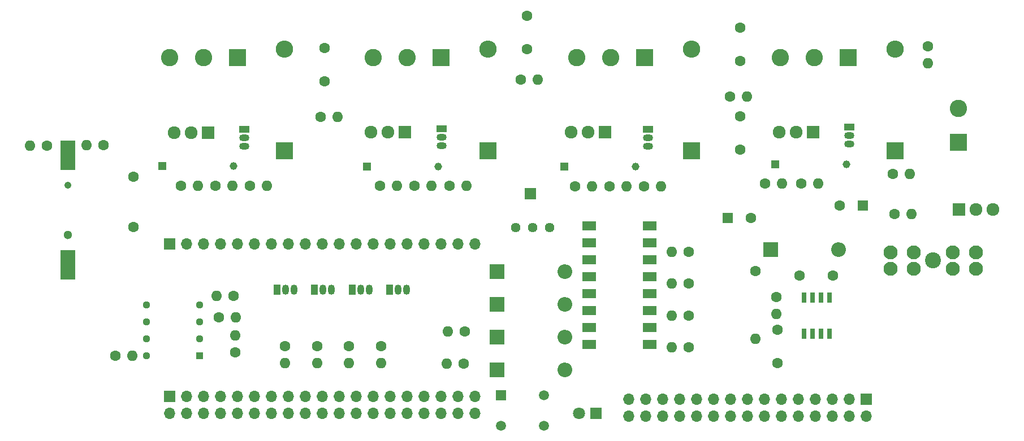
<source format=gbr>
G04 #@! TF.GenerationSoftware,KiCad,Pcbnew,(6.0.0)*
G04 #@! TF.CreationDate,2022-02-21T09:00:57-08:00*
G04 #@! TF.ProjectId,MakeItRain,4d616b65-4974-4526-9169-6e2e6b696361,rev?*
G04 #@! TF.SameCoordinates,Original*
G04 #@! TF.FileFunction,Soldermask,Top*
G04 #@! TF.FilePolarity,Negative*
%FSLAX46Y46*%
G04 Gerber Fmt 4.6, Leading zero omitted, Abs format (unit mm)*
G04 Created by KiCad (PCBNEW (6.0.0)) date 2022-02-21 09:00:57*
%MOMM*%
%LPD*%
G01*
G04 APERTURE LIST*
%ADD10C,1.600000*%
%ADD11R,2.600000X2.600000*%
%ADD12O,2.600000X2.600000*%
%ADD13R,1.800000X1.800000*%
%ADD14C,1.800000*%
%ADD15R,0.650000X1.528000*%
%ADD16R,1.700000X1.700000*%
%ADD17O,1.700000X1.700000*%
%ADD18O,1.600000X1.600000*%
%ADD19C,2.600000*%
%ADD20R,1.920000X1.920000*%
%ADD21C,1.920000*%
%ADD22R,1.050000X1.500000*%
%ADD23O,1.050000X1.500000*%
%ADD24C,1.050000*%
%ADD25C,1.300000*%
%ADD26R,2.300000X4.500000*%
%ADD27R,1.150000X1.150000*%
%ADD28C,1.150000*%
%ADD29R,1.600000X1.600000*%
%ADD30R,1.500000X1.050000*%
%ADD31O,1.500000X1.050000*%
%ADD32C,1.440000*%
%ADD33R,2.200000X2.200000*%
%ADD34O,2.200000X2.200000*%
%ADD35R,1.500000X1.500000*%
%ADD36C,1.500000*%
%ADD37C,2.400000*%
%ADD38C,2.100000*%
%ADD39R,1.130000X1.130000*%
%ADD40C,1.130000*%
%ADD41R,2.100000X1.450000*%
G04 APERTURE END LIST*
D10*
G04 #@! TO.C,C1*
X60639800Y-87766900D03*
X60639800Y-95266900D03*
G04 #@! TD*
G04 #@! TO.C,C2*
X89233000Y-68419700D03*
X89233000Y-73419700D03*
G04 #@! TD*
G04 #@! TO.C,C3*
X119573600Y-63585000D03*
X119573600Y-68585000D03*
G04 #@! TD*
G04 #@! TO.C,C4*
X151481900Y-65398300D03*
X151481900Y-70398300D03*
G04 #@! TD*
D11*
G04 #@! TO.C,D3*
X83185000Y-83820000D03*
D12*
X83185000Y-68580000D03*
G04 #@! TD*
D11*
G04 #@! TO.C,D5*
X113665000Y-83820000D03*
D12*
X113665000Y-68580000D03*
G04 #@! TD*
D11*
G04 #@! TO.C,D7*
X174625000Y-83820000D03*
D12*
X174625000Y-68580000D03*
G04 #@! TD*
D11*
G04 #@! TO.C,D9*
X144145000Y-83820000D03*
D12*
X144145000Y-68580000D03*
G04 #@! TD*
D13*
G04 #@! TO.C,D1*
X129843800Y-123232100D03*
D14*
X127303800Y-123232100D03*
G04 #@! TD*
D15*
G04 #@! TO.C,IC2*
X161054800Y-111300900D03*
X162324800Y-111300900D03*
X163594800Y-111300900D03*
X164864800Y-111300900D03*
X164864800Y-105878900D03*
X163594800Y-105878900D03*
X162324800Y-105878900D03*
X161054800Y-105878900D03*
G04 #@! TD*
D16*
G04 #@! TO.C,J2*
X66040000Y-120650000D03*
D17*
X66040000Y-123190000D03*
X68580000Y-120650000D03*
X68580000Y-123190000D03*
X71120000Y-120650000D03*
X71120000Y-123190000D03*
X73660000Y-120650000D03*
X73660000Y-123190000D03*
X76200000Y-120650000D03*
X76200000Y-123190000D03*
X78740000Y-120650000D03*
X78740000Y-123190000D03*
X81280000Y-120650000D03*
X81280000Y-123190000D03*
X83820000Y-120650000D03*
X83820000Y-123190000D03*
X86360000Y-120650000D03*
X86360000Y-123190000D03*
X88900000Y-120650000D03*
X88900000Y-123190000D03*
X91440000Y-120650000D03*
X91440000Y-123190000D03*
X93980000Y-120650000D03*
X93980000Y-123190000D03*
X96520000Y-120650000D03*
X96520000Y-123190000D03*
X99060000Y-120650000D03*
X99060000Y-123190000D03*
X101600000Y-120650000D03*
X101600000Y-123190000D03*
X104140000Y-120650000D03*
X104140000Y-123190000D03*
X106680000Y-120650000D03*
X106680000Y-123190000D03*
X109220000Y-120650000D03*
X109220000Y-123190000D03*
X111760000Y-120650000D03*
X111760000Y-123190000D03*
G04 #@! TD*
D16*
G04 #@! TO.C,J3*
X66040000Y-97790000D03*
D17*
X68580000Y-97790000D03*
X71120000Y-97790000D03*
X73660000Y-97790000D03*
X76200000Y-97790000D03*
X78740000Y-97790000D03*
X81280000Y-97790000D03*
X83820000Y-97790000D03*
X86360000Y-97790000D03*
X88900000Y-97790000D03*
X91440000Y-97790000D03*
X93980000Y-97790000D03*
X96520000Y-97790000D03*
X99060000Y-97790000D03*
X101600000Y-97790000D03*
X104140000Y-97790000D03*
X106680000Y-97790000D03*
X109220000Y-97790000D03*
X111760000Y-97790000D03*
G04 #@! TD*
D10*
G04 #@! TO.C,L1*
X153734500Y-101869000D03*
D18*
X153734500Y-112029000D03*
G04 #@! TD*
D11*
G04 #@! TO.C,P1*
X184150000Y-82550000D03*
D19*
X184150000Y-77470000D03*
G04 #@! TD*
D20*
G04 #@! TO.C,Q3*
X71813700Y-81139600D03*
D21*
X69273700Y-81139600D03*
X66733700Y-81139600D03*
G04 #@! TD*
D20*
G04 #@! TO.C,Q6*
X101232600Y-81027600D03*
D21*
X98692600Y-81027600D03*
X96152600Y-81027600D03*
G04 #@! TD*
D22*
G04 #@! TO.C,Q7*
X93346300Y-104626700D03*
D23*
X94616300Y-104626700D03*
X95886300Y-104626700D03*
G04 #@! TD*
D20*
G04 #@! TO.C,Q9*
X131209700Y-81027600D03*
D21*
X128669700Y-81027600D03*
X126129700Y-81027600D03*
G04 #@! TD*
D20*
G04 #@! TO.C,Q12*
X162353200Y-81027600D03*
D21*
X159813200Y-81027600D03*
X157273200Y-81027600D03*
G04 #@! TD*
D20*
G04 #@! TO.C,Q13*
X184255500Y-92650400D03*
D21*
X186795500Y-92650400D03*
X189335500Y-92650400D03*
G04 #@! TD*
D10*
G04 #@! TO.C,R1*
X47627000Y-83085000D03*
D18*
X45087000Y-83085000D03*
G04 #@! TD*
D24*
G04 #@! TO.C,U1*
X50823400Y-88970600D03*
D25*
X50823400Y-96420600D03*
D26*
X50823400Y-100895600D03*
X50823400Y-84495600D03*
G04 #@! TD*
D11*
G04 #@! TO.C,Z2*
X106680000Y-69850000D03*
D19*
X101600000Y-69850000D03*
X96520000Y-69850000D03*
G04 #@! TD*
D11*
G04 #@! TO.C,Z3*
X137160000Y-69850000D03*
D19*
X132080000Y-69850000D03*
X127000000Y-69850000D03*
G04 #@! TD*
D11*
G04 #@! TO.C,Z4*
X167640000Y-69850000D03*
D19*
X162560000Y-69850000D03*
X157480000Y-69850000D03*
G04 #@! TD*
D11*
G04 #@! TO.C,Z1*
X76200000Y-69850000D03*
D19*
X71120000Y-69850000D03*
X66040000Y-69850000D03*
G04 #@! TD*
D16*
G04 #@! TO.C,J1*
X170349000Y-121042300D03*
D17*
X170349000Y-123582300D03*
X167809000Y-121042300D03*
X167809000Y-123582300D03*
X165269000Y-121042300D03*
X165269000Y-123582300D03*
X162729000Y-121042300D03*
X162729000Y-123582300D03*
X160189000Y-121042300D03*
X160189000Y-123582300D03*
X157649000Y-121042300D03*
X157649000Y-123582300D03*
X155109000Y-121042300D03*
X155109000Y-123582300D03*
X152569000Y-121042300D03*
X152569000Y-123582300D03*
X150029000Y-121042300D03*
X150029000Y-123582300D03*
X147489000Y-121042300D03*
X147489000Y-123582300D03*
X144949000Y-121042300D03*
X144949000Y-123582300D03*
X142409000Y-121042300D03*
X142409000Y-123582300D03*
X139869000Y-121042300D03*
X139869000Y-123582300D03*
X137329000Y-121042300D03*
X137329000Y-123582300D03*
X134789000Y-121042300D03*
X134789000Y-123582300D03*
G04 #@! TD*
D27*
G04 #@! TO.C,Z5*
X64916500Y-86155400D03*
D28*
X75616500Y-86155400D03*
G04 #@! TD*
D27*
G04 #@! TO.C,Z6*
X95542500Y-86196000D03*
D28*
X106242500Y-86196000D03*
G04 #@! TD*
D27*
G04 #@! TO.C,Z8*
X156688300Y-85864200D03*
D28*
X167388300Y-85864200D03*
G04 #@! TD*
D29*
G04 #@! TO.C,C8*
X169824100Y-92075800D03*
D10*
X166324100Y-92075800D03*
G04 #@! TD*
D22*
G04 #@! TO.C,Q4*
X87748400Y-104639800D03*
D23*
X89018400Y-104639800D03*
X90288400Y-104639800D03*
G04 #@! TD*
D10*
G04 #@! TO.C,R23*
X75572300Y-105627200D03*
D18*
X73032300Y-105627200D03*
G04 #@! TD*
D10*
G04 #@! TO.C,R31*
X88097100Y-113124500D03*
D18*
X88097100Y-115664500D03*
G04 #@! TD*
D10*
G04 #@! TO.C,R16*
X131901400Y-89145900D03*
D18*
X134441400Y-89145900D03*
G04 #@! TD*
D30*
G04 #@! TO.C,Q2*
X77198800Y-80576600D03*
D31*
X77198800Y-81846600D03*
X77198800Y-83116600D03*
G04 #@! TD*
D10*
G04 #@! TO.C,R24*
X73376700Y-108765100D03*
D18*
X75916700Y-108765100D03*
G04 #@! TD*
D10*
G04 #@! TO.C,R5*
X88607500Y-78728900D03*
D18*
X91147500Y-78728900D03*
G04 #@! TD*
D32*
G04 #@! TO.C,RV1*
X117879100Y-95318800D03*
X120419100Y-95318800D03*
X122959100Y-95318800D03*
G04 #@! TD*
D16*
G04 #@! TO.C,J4*
X120030900Y-90244000D03*
G04 #@! TD*
D10*
G04 #@! TO.C,R15*
X126738500Y-89152400D03*
D18*
X129278500Y-89152400D03*
G04 #@! TD*
D10*
G04 #@! TO.C,R2*
X56109000Y-83011900D03*
D18*
X53569000Y-83011900D03*
G04 #@! TD*
D10*
G04 #@! TO.C,R17*
X179540300Y-68202800D03*
D18*
X179540300Y-70742800D03*
G04 #@! TD*
D10*
G04 #@! TO.C,R4*
X110094700Y-115764800D03*
D18*
X107554700Y-115764800D03*
G04 #@! TD*
D10*
G04 #@! TO.C,R18*
X174293400Y-87283100D03*
D18*
X176833400Y-87283100D03*
G04 #@! TD*
D10*
G04 #@! TO.C,R29*
X143781000Y-113326100D03*
D18*
X141241000Y-113326100D03*
G04 #@! TD*
D10*
G04 #@! TO.C,R25*
X75859900Y-114068500D03*
D18*
X75859900Y-111528500D03*
G04 #@! TD*
D10*
G04 #@! TO.C,R33*
X97677800Y-113124500D03*
D18*
X97677800Y-115664500D03*
G04 #@! TD*
D10*
G04 #@! TO.C,R14*
X137097400Y-89165200D03*
D18*
X139637400Y-89165200D03*
G04 #@! TD*
D30*
G04 #@! TO.C,Q11*
X167811500Y-80303000D03*
D31*
X167811500Y-81573000D03*
X167811500Y-82843000D03*
G04 #@! TD*
D10*
G04 #@! TO.C,R27*
X143781000Y-103747400D03*
D18*
X141241000Y-103747400D03*
G04 #@! TD*
D33*
G04 #@! TO.C,D4*
X115020300Y-111761400D03*
D34*
X125180300Y-111761400D03*
G04 #@! TD*
D33*
G04 #@! TO.C,D2*
X115020300Y-116670800D03*
D34*
X125180300Y-116670800D03*
G04 #@! TD*
D35*
G04 #@! TO.C,S1*
X115616200Y-120523800D03*
D36*
X122116200Y-120523800D03*
X115616200Y-125023800D03*
X122116200Y-125023800D03*
G04 #@! TD*
D10*
G04 #@! TO.C,R9*
X118582200Y-73133700D03*
D18*
X121122200Y-73133700D03*
G04 #@! TD*
D10*
G04 #@! TO.C,R13*
X149911000Y-75702800D03*
D18*
X152451000Y-75702800D03*
G04 #@! TD*
D10*
G04 #@! TO.C,R6*
X78100900Y-89073600D03*
D18*
X80640900Y-89073600D03*
G04 #@! TD*
D10*
G04 #@! TO.C,R11*
X97552100Y-89073600D03*
D18*
X100092100Y-89073600D03*
G04 #@! TD*
D10*
G04 #@! TO.C,R7*
X67716100Y-89073600D03*
D18*
X70256100Y-89073600D03*
G04 #@! TD*
D37*
G04 #@! TO.C,U2*
X180362900Y-100293100D03*
D38*
X173962900Y-101543100D03*
X177462900Y-101543100D03*
X183262900Y-101543100D03*
X186762900Y-101543100D03*
X186762900Y-99043100D03*
X183262900Y-99043100D03*
X177462900Y-99043100D03*
X173962900Y-99043100D03*
G04 #@! TD*
D22*
G04 #@! TO.C,Q10*
X98978100Y-104626700D03*
D23*
X100248100Y-104626700D03*
X101518100Y-104626700D03*
G04 #@! TD*
D33*
G04 #@! TO.C,D8*
X115020300Y-101942700D03*
D34*
X125180300Y-101942700D03*
G04 #@! TD*
D39*
G04 #@! TO.C,IC3*
X70520600Y-114579500D03*
D40*
X70520600Y-112039500D03*
X70520600Y-109499500D03*
X70520600Y-106959500D03*
X62580600Y-106959500D03*
X62580600Y-109499500D03*
X62580600Y-112039500D03*
X62580600Y-114579500D03*
G04 #@! TD*
D22*
G04 #@! TO.C,Q1*
X82152400Y-104644400D03*
D23*
X83422400Y-104644400D03*
X84692400Y-104644400D03*
G04 #@! TD*
D10*
G04 #@! TO.C,R26*
X143781000Y-98958100D03*
D18*
X141241000Y-98958100D03*
G04 #@! TD*
D10*
G04 #@! TO.C,R8*
X72922600Y-89073600D03*
D18*
X75462600Y-89073600D03*
G04 #@! TD*
D41*
G04 #@! TO.C,IC4*
X137916900Y-112869400D03*
X137916900Y-110329400D03*
X137916900Y-107789400D03*
X137916900Y-105249400D03*
X137916900Y-102709400D03*
X137916900Y-100169400D03*
X137916900Y-97629400D03*
X137916900Y-95089400D03*
X128816900Y-95089400D03*
X128816900Y-97629400D03*
X128816900Y-100169400D03*
X128816900Y-102709400D03*
X128816900Y-105249400D03*
X128816900Y-107789400D03*
X128816900Y-110329400D03*
X128816900Y-112869400D03*
G04 #@! TD*
D30*
G04 #@! TO.C,Q8*
X137666600Y-80582900D03*
D31*
X137666600Y-81852900D03*
X137666600Y-83122900D03*
G04 #@! TD*
D30*
G04 #@! TO.C,Q5*
X106797400Y-80509200D03*
D31*
X106797400Y-81779200D03*
X106797400Y-83049200D03*
G04 #@! TD*
D33*
G04 #@! TO.C,D10*
X156010100Y-98662200D03*
D34*
X166170100Y-98662200D03*
G04 #@! TD*
D10*
G04 #@! TO.C,C5*
X151434400Y-83634400D03*
X151434400Y-78634400D03*
G04 #@! TD*
G04 #@! TO.C,R21*
X174560200Y-93313200D03*
D18*
X177100200Y-93313200D03*
G04 #@! TD*
D29*
G04 #@! TO.C,C9*
X149612600Y-93906000D03*
D10*
X153112600Y-93906000D03*
G04 #@! TD*
G04 #@! TO.C,R3*
X110228300Y-110918500D03*
D18*
X107688300Y-110918500D03*
G04 #@! TD*
D10*
G04 #@! TO.C,R30*
X83306700Y-113124500D03*
D18*
X83306700Y-115664500D03*
G04 #@! TD*
D10*
G04 #@! TO.C,R12*
X102726700Y-89051400D03*
D18*
X105266700Y-89051400D03*
G04 #@! TD*
D10*
G04 #@! TO.C,R22*
X156900200Y-105717700D03*
D18*
X156900200Y-108257700D03*
G04 #@! TD*
D10*
G04 #@! TO.C,R28*
X143781000Y-108536800D03*
D18*
X141241000Y-108536800D03*
G04 #@! TD*
D10*
G04 #@! TO.C,R20*
X160583300Y-88731000D03*
D18*
X163123300Y-88731000D03*
G04 #@! TD*
D10*
G04 #@! TO.C,R19*
X155220800Y-88780800D03*
D18*
X157760800Y-88780800D03*
G04 #@! TD*
D10*
G04 #@! TO.C,R10*
X107928100Y-89045900D03*
D18*
X110468100Y-89045900D03*
G04 #@! TD*
D10*
G04 #@! TO.C,C7*
X165363200Y-102521700D03*
X160363200Y-102521700D03*
G04 #@! TD*
D33*
G04 #@! TO.C,D6*
X115020300Y-106852100D03*
D34*
X125180300Y-106852100D03*
G04 #@! TD*
D10*
G04 #@! TO.C,R32*
X92887500Y-113124500D03*
D18*
X92887500Y-115664500D03*
G04 #@! TD*
D10*
G04 #@! TO.C,C6*
X157062800Y-115652200D03*
X157062800Y-110652200D03*
G04 #@! TD*
D27*
G04 #@! TO.C,Z7*
X125092600Y-86196000D03*
D28*
X135792600Y-86196000D03*
G04 #@! TD*
D10*
G04 #@! TO.C,R34*
X57889400Y-114568900D03*
D18*
X60429400Y-114568900D03*
G04 #@! TD*
M02*

</source>
